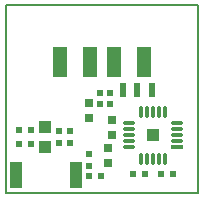
<source format=gtp>
G04*
G04 #@! TF.GenerationSoftware,Altium Limited,Altium Designer,20.1.8 (145)*
G04*
G04 Layer_Color=8421504*
%FSLAX25Y25*%
%MOIN*%
G70*
G04*
G04 #@! TF.SameCoordinates,21FBFEBA-D07F-42F0-8C11-0AAD296DAF8C*
G04*
G04*
G04 #@! TF.FilePolarity,Positive*
G04*
G01*
G75*
%ADD15C,0.00500*%
%ADD16R,0.01968X0.05118*%
%ADD17R,0.01968X0.02362*%
%ADD18R,0.02500X0.03000*%
%ADD19O,0.01181X0.04331*%
%ADD20O,0.04331X0.01181*%
%ADD21R,0.04331X0.01181*%
%ADD22R,0.03937X0.03937*%
%ADD23R,0.02362X0.01968*%
%ADD24R,0.03937X0.04331*%
%ADD25R,0.03937X0.08661*%
%ADD26R,0.04724X0.09843*%
D15*
X515158Y252559D02*
X579331D01*
X515158Y190110D02*
X579331D01*
X515158D02*
Y252559D01*
X579331Y190110D02*
Y252559D01*
D16*
X559100Y224400D02*
D03*
X563824Y224400D02*
D03*
X554376D02*
D03*
D17*
X549800Y223400D02*
D03*
Y219463D02*
D03*
X546700Y223400D02*
D03*
Y219463D02*
D03*
X542900Y202937D02*
D03*
Y199000D02*
D03*
X536500Y210568D02*
D03*
Y206631D02*
D03*
X532800Y210600D02*
D03*
Y206663D02*
D03*
D18*
X542800Y215000D02*
D03*
Y220000D02*
D03*
X549200Y204900D02*
D03*
Y199900D02*
D03*
X550600Y209300D02*
D03*
Y214300D02*
D03*
D19*
X568237Y201326D02*
D03*
X566268D02*
D03*
X564300D02*
D03*
X562331D02*
D03*
X560363D02*
D03*
Y217074D02*
D03*
X562331D02*
D03*
X564300D02*
D03*
X566268D02*
D03*
X568237D02*
D03*
D20*
X556426Y205263D02*
D03*
Y207231D02*
D03*
Y209200D02*
D03*
Y211169D02*
D03*
Y213137D02*
D03*
X572174D02*
D03*
Y211169D02*
D03*
Y209200D02*
D03*
Y207231D02*
D03*
D21*
Y205263D02*
D03*
D22*
X564300Y209200D02*
D03*
D23*
X561600Y196400D02*
D03*
X557663D02*
D03*
X519531Y210900D02*
D03*
X523468D02*
D03*
X519631Y206400D02*
D03*
X523568D02*
D03*
X570837Y196300D02*
D03*
X566900D02*
D03*
X543100Y195700D02*
D03*
X547037D02*
D03*
D24*
X528400Y205307D02*
D03*
Y212000D02*
D03*
D25*
X518600Y195900D02*
D03*
X538600Y195900D02*
D03*
D26*
X561210Y233526D02*
D03*
X551147D02*
D03*
X543273D02*
D03*
X533210D02*
D03*
M02*

</source>
